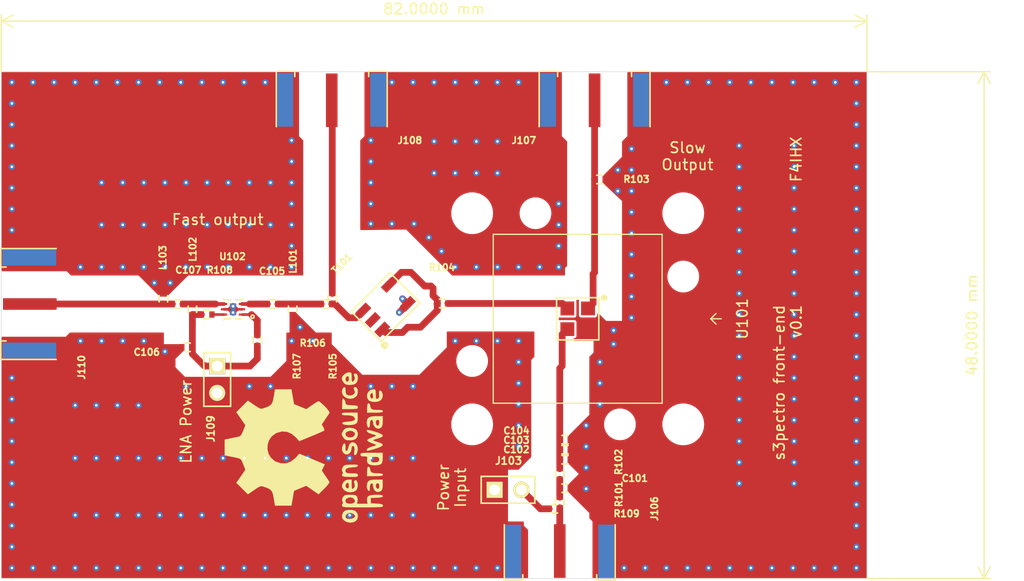
<source format=kicad_pcb>
(kicad_pcb (version 20221018) (generator pcbnew)
  (layers (0 "F.Cu" signal) (1 "In1.Cu" signal) (2 "In2.Cu" signal) (31 "B.Cu" signal) (34 "B.Paste" user) (35 "F.Paste" user) (36 "B.SilkS" user "B.Silkscreen") (37 "F.SilkS" user "F.Silkscreen") (38 "B.Mask" user) (39 "F.Mask" user) (44 "Edge.Cuts" user))
  (net 0 "")
  (net 1 "GND")
  (net 2 "Net-(T101-Pad2)")
  (net 3 "/RFpi_1")
  (net 4 "/RFpi")
  (net 5 "/RFo_2")
  (net 6 "/RFo_3")
  (net 7 "/LNA_POW")
  (net 8 "/RFo_0")
  (net 9 "/RFo_1")
  (net 10 "/RFpi_p")
  (net 11 "/RFpi_0")
  (net 12 "/RF_slow_out")
  (net 13 "/RFo_n")
  (net 14 "/RFo_t")
  (net 15 "/RFo")
  (net 16 "/RFo_4")
  (net 17 "/LEN")
  (net 18 "/LNA_Vdd")
  (footprint "General_SMD:SM0402" (layer "F.Cu") (at 45.7 167 180)
    (fp_text reference "C105")
    (fp_text value "33p" hide)
  )
  (footprint "General_SMD:SM0402" (layer "F.Cu") (at 37.6 171.1 180)
    (fp_text reference "C106")
    (fp_text value "100nF" hide)
  )
  (footprint "General_SMD:SM0402" (layer "F.Cu") (at 36.7 167 180)
    (fp_text reference "C107")
    (fp_text value "33p" hide)
  )
  (footprint "Connectors_RF:CINCH_142-0701-801" (layer "F.Cu") (at 76.2 150.2 180)
    (fp_text reference "J107")
    (fp_text value "SMA_142-0701-801")
  )
  (footprint "Connectors_RF:CINCH_142-0701-801" (layer "F.Cu") (at 51.3 150.2 180)
    (fp_text reference "J108")
    (fp_text value "SMA_142-0701-801")
  )
  (footprint "Connectors_RF:CINCH_142-0701-801" (layer "F.Cu") (at 25.2 167 -90)
    (fp_text reference "J110")
    (fp_text value "SMA_142-0701-801")
  )
  (footprint "General_SMD:SM0402" (layer "F.Cu") (at 47.6 167.5 90)
    (fp_text reference "L101")
    (fp_text value "18nH" hide)
  )
  (footprint "General_SMD:SM0402" (layer "F.Cu") (at 38.1 167.5 -90)
    (fp_text reference "L102")
    (fp_text value "33nH" hide)
  )
  (footprint "General_SMD:SM0402" (layer "F.Cu") (at 35.35 166.5 -90)
    (fp_text reference "L103")
    (fp_text value "NC" hide)
  )
  (footprint "General_SMD:SM0402" (layer "F.Cu") (at 76.7 155.2)
    (fp_text reference "R103")
    (fp_text value "49.9R" hide)
  )
  (footprint "General_SMD:SM0402" (layer "F.Cu") (at 61.8 166.949999 180)
    (fp_text reference "R104")
    (fp_text value "0R" hide)
  )
  (footprint "General_SMD:SM0402" (layer "F.Cu") (at 51.35 166.5 90)
    (fp_text reference "R105")
    (fp_text value "0R" hide)
  )
  (footprint "General_SMD:SM0402" (layer "F.Cu") (at 50.8 167 180)
    (fp_text reference "R106")
    (fp_text value "0R" hide)
  )
  (footprint "General_SMD:SM0402" (layer "F.Cu") (at 44.25 170.45 90)
    (fp_text reference "R107")
    (fp_text value "75R" hide)
  )
  (footprint "General_SMD:SM0402" (layer "F.Cu") (at 39.45 168 180)
    (fp_text reference "R108")
    (fp_text value "75R" hide)
  )
  (footprint "Macom:MABACT0059" (layer "F.Cu") (at 56.4 167.3 135)
    (fp_text reference "T101")
    (fp_text value "MABACT0059")
  )
  (footprint "Opto:MicroFC-30035-SMT" (layer "F.Cu") (at 74.6 168.4 180)
    (fp_text reference "U101")
    (fp_text value "MICROFB-30035")
  )
  (footprint "QFN:DFN-6_EP_1.5x1.5_Pitch0.5mm" (layer "F.Cu") (at 41.95 167.5 180)
    (fp_text reference "U102")
    (fp_text value "GRF2133")
  )
  (footprint "Mounting_Holes:3.45MM_NOTPLATED" (layer "F.Cu") (at 64.600001 158.4 90)
    (fp_text reference "J101" hide)
    (fp_text value "Conn_01x01")
  )
  (footprint "Mounting_Holes:3.45MM_NOTPLATED" (layer "F.Cu") (at 84.600001 178.4 90)
    (fp_text reference "J102" hide)
    (fp_text value "Conn_01x01")
  )
  (footprint "Mounting_Holes:3.45MM_NOTPLATED" (layer "F.Cu") (at 64.6 178.4 90)
    (fp_text reference "J104" hide)
    (fp_text value "Conn_01x01")
  )
  (footprint "Mounting_Holes:3.45MM_NOTPLATED" (layer "F.Cu") (at 84.6 158.4 90)
    (fp_text reference "J105" hide)
    (fp_text value "Conn_01x01")
  )
  (footprint "Connectors_254mm:pin_array_2x1" (layer "F.Cu") (at 40.45 174.15 -90)
    (fp_text reference "J109")
    (fp_text value "Conn_01x02" hide)
  )
  (footprint "Mounting_Holes:2.5mm_non_plated" (layer "F.Cu") (at 70.6 158.4 90)
    (fp_text reference "REF**" hide)
    (fp_text value "2.5mm_non_plated" hide)
  )
  (footprint "Mounting_Holes:2.5mm_non_plated" (layer "F.Cu") (at 64.6 172.399999 90)
    (fp_text reference "REF**" hide)
    (fp_text value "2.5mm_non_plated" hide)
  )
  (footprint "Mounting_Holes:2.5mm_non_plated" (layer "F.Cu") (at 78.6 178.4 90)
    (fp_text reference "REF**" hide)
    (fp_text value "2.5mm_non_plated" hide)
  )
  (footprint "Mounting_Holes:2.5mm_non_plated" (layer "F.Cu") (at 84.6 164.4 90)
    (fp_text reference "REF**" hide)
    (fp_text value "2.5mm_non_plated" hide)
  )
  (footprint "General_SMD:SM0402" (layer "F.Cu") (at 72.9 183.1 90)
    (fp_text reference "R102")
    (fp_text value "49.9R" hide)
  )
  (footprint "General_SMD:SM0402" (layer "F.Cu") (at 73.4 179.849999 180)
    (fp_text reference "C104")
    (fp_text value "10n" hide)
  )
  (footprint "General_SMD:SM0402" (layer "F.Cu") (at 73.4 181.749999 180)
    (fp_text reference "C102")
    (fp_text value "10n" hide)
  )
  (footprint "General_SMD:SM0402" (layer "F.Cu") (at 72.9 185.8 90)
    (fp_text reference "R101")
    (fp_text value "49.9R" hide)
  )
  (footprint "General_SMD:SM0402" (layer "F.Cu") (at 73.4 180.8 180)
    (fp_text reference "C103")
    (fp_text value "10n" hide)
  )
  (footprint "Connectors_RF:CINCH_142-0701-801" (layer "F.Cu") (at 72.9 187.9)
    (fp_text reference "J106")
    (fp_text value "SMA_142-0701-801")
  )
  (footprint "General_SMD:SM0402" (layer "F.Cu") (at 73.4 184.45 180)
    (fp_text reference "C101")
    (fp_text value "10n" hide)
  )
  (footprint "Connectors_254mm:pin_array_2x1" (layer "F.Cu") (at 68.000001 184.6)
    (fp_text reference "J103")
    (fp_text value "Conn_01x02" hide)
  )
  (footprint "General_SMD:SM0402" (layer "F.Cu") (at 72.4 186.4)
    (fp_text reference "R109")
    (fp_text value "0R" hide)
  )
  (footprint "Logos:OpenHardware" (layer "F.Cu") (at 48.61 180.59 90)
    (fp_text reference "G***" hide)
    (fp_text value "LOGO" hide)
  )
  (gr_line (start 82.600001 176.4) (end 66.6 176.4) (stroke (width 0.12)) (layer "F.SilkS"))
  (gr_line (start 88.2 168.4) (end 87.2 168.4) (stroke (width 0.12)) (layer "F.SilkS"))
  (gr_line (start 87.2 168.4) (end 87.7 167.9) (stroke (width 0.12)) (layer "F.SilkS"))
  (gr_line (start 87.2 168.4) (end 87.7 168.9) (stroke (width 0.12)) (layer "F.SilkS"))
  (gr_line (start 82.6 160.4) (end 82.600001 176.4) (stroke (width 0.12)) (layer "F.SilkS"))
  (gr_line (start 66.6 176.4) (end 66.600001 160.4) (stroke (width 0.12)) (layer "F.SilkS"))
  (gr_line (start 66.600001 160.4) (end 82.6 160.4) (stroke (width 0.12)) (layer "F.SilkS"))
  (gr_line (start 20 193) (end 20 145) (stroke (width 0.05)) (layer "Edge.Cuts"))
  (gr_line (start 102 193) (end 20 193) (stroke (width 0.05)) (layer "Edge.Cuts"))
  (gr_line (start 102 145) (end 102 193) (stroke (width 0.05)) (layer "Edge.Cuts"))
  (gr_line (start 20 145) (end 102 145) (stroke (width 0.05)) (layer "Edge.Cuts"))
  (gr_text "s3pectro front-end\nv0.1" (at 94.5 167 90) (layer "F.SilkS") (effects (font (size 1 1)) (justify right)))
  (gr_text "Power\nInput" (at 62.7 184.4 90) (layer "F.SilkS") (effects (font (size 1 1))))
  (gr_text "LNA Power" (at 37.5 178.15 90) (layer "F.SilkS") (effects (font (size 1 1))))
  (gr_text "Slow\nOutput" (at 85 153) (layer "F.SilkS") (effects (font (size 1 1))))
  (gr_text "Fast output" (at 40.5 159) (layer "F.SilkS") (effects (font (size 1 1))))
  (gr_text "F4IHX" (at 95.3 153.3 90) (layer "F.SilkS") (effects (font (size 1 1))))
  (dimension (type aligned) (layer "F.SilkS") (pts (xy 102 193) (xy 102 145)) (height 11.1) (gr_text "48.0000 mm" (at 111.95 169 90) (layer "F.SilkS") (effects (font (size 1 1) (thickness 0.15)))) (format (prefix "") (suffix "") (units 2) (units_format 1) (precision 4)) (style (thickness 0.12) (arrow_length 1.27) (text_position_mode 0) (extension_height 0.58642) (extension_offset 0) keep_text_aligned))
  (dimension (type aligned) (layer "F.SilkS") (pts (xy 102 145) (xy 20 145)) (height 4.8) (gr_text "82.0000 mm" (at 61 139.05) (layer "F.SilkS") (effects (font (size 1 1) (thickness 0.15)))) (format (prefix "") (suffix "") (units 2) (units_format 1) (precision 4)) (style (thickness 0.12) (arrow_length 1.27) (text_position_mode 0) (extension_height 0.58642) (extension_offset 0) keep_text_aligned))
  (segment (start 77.3 186.4) (end 75.4 184.5) (width 2) (layer "F.Cu") (net 1))
  (segment (start 41.525 167.5) (end 41.8 167.225) (width 0.25) (layer "F.Cu") (net 1))
  (segment (start 55.7 147.66) (end 55.7 152.3) (width 2) (layer "F.Cu") (net 1))
  (segment (start 41.66 167.5) (end 41.95 167.21) (width 0.25) (layer "F.Cu") (net 1))
  (segment (start 58.510714 166.985337) (end 58.485337 166.985337) (width 0.64) (layer "F.Cu") (net 1))
  (segment (start 58.510714 166.989286) (end 57.7 167.8) (width 0.64) (layer "F.Cu") (net 1))
  (segment (start 68.5 190.44) (end 66.730001 188.670001) (width 2) (layer "F.Cu") (net 1))
  (segment (start 46.9 147.66) (end 46.9 152.2) (width 2) (layer "F.Cu") (net 1))
  (segment (start 66.730001 188.670001) (end 66.730001 184.6) (width 2) (layer "F.Cu") (net 1))
  (segment (start 58.510714 166.985337) (end 58.510714 166.989286) (width 0.64) (layer "F.Cu") (net 1))
  (segment (start 42.375 167.5) (end 42.1 167.225) (width 0.25) (layer "F.Cu") (net 1))
  (segment (start 42.375 167.5) (end 42.1 167.775) (width 0.25) (layer "F.Cu") (net 1))
  (segment (start 71.8 147.66) (end 71.8 151.9) (width 2) (layer "F.Cu") (net 1))
  (segment (start 41.8 167.775) (end 41.525 167.5) (width 0.25) (layer "F.Cu") (net 1))
  (segment (start 80.6 147.66) (end 80.6 153.1) (width 2) (layer "F.Cu") (net 1))
  (segment (start 42.8 167.5) (end 42.375 167.5) (width 0.25) (layer "F.Cu") (net 1))
  (segment (start 77.3 190.44) (end 77.3 186.4) (width 2) (layer "F.Cu") (net 1))
  (segment (start 41.1 167.5) (end 41.66 167.5) (width 0.25) (layer "F.Cu") (net 1))
  (segment (start 22.66 162.6) (end 29 162.6) (width 2) (layer "F.Cu") (net 1))
  (segment (start 58.485337 166.985337) (end 58 166.5) (width 0.64) (layer "F.Cu") (net 1))
  (segment (start 41.1 167.5) (end 41.525 167.5) (width 0.25) (layer "F.Cu") (net 1))
  (segment (start 22.66 171.4) (end 27.4 171.4) (width 2) (layer "F.Cu") (net 1))
  (via (at 23 146) (size 0.6) (drill 0.25) (layers "F.Cu" "B.Cu") (net 1))
  (via (at 25 146) (size 0.6) (drill 0.25) (layers "F.Cu" "B.Cu") (net 1))
  (via (at 27 146) (size 0.6) (drill 0.25) (layers "F.Cu" "B.Cu") (net 1))
  (via (at 29 146) (size 0.6) (drill 0.25) (layers "F.Cu" "B.Cu") (net 1))
  (via (at 31 146) (size 0.6) (drill 0.25) (layers "F.Cu" "B.Cu") (net 1))
  (via (at 33 146) (size 0.6) (drill 0.25) (layers "F.Cu" "B.Cu") (net 1))
  (via (at 35 146) (size 0.6) (drill 0.25) (layers "F.Cu" "B.Cu") (net 1))
  (via (at 37 146) (size 0.6) (drill 0.25) (layers "F.Cu" "B.Cu") (net 1))
  (via (at 39 146) (size 0.6) (drill 0.25) (layers "F.Cu" "B.Cu") (net 1))
  (via (at 41 146) (size 0.6) (drill 0.25) (layers "F.Cu" "B.Cu") (net 1))
  (via (at 43 146) (size 0.6) (drill 0.25) (layers "F.Cu" "B.Cu") (net 1))
  (via (at 45 146) (size 0.6) (drill 0.25) (layers "F.Cu" "B.Cu") (net 1))
  (via (at 21 148) (size 0.6) (drill 0.25) (layers "F.Cu" "B.Cu") (net 1))
  (via (at 21 150) (size 0.6) (drill 0.25) (layers "F.Cu" "B.Cu") (net 1))
  (via (at 21 152) (size 0.6) (drill 0.25) (layers "F.Cu" "B.Cu") (net 1))
  (via (at 21 154) (size 0.6) (drill 0.25) (layers "F.Cu" "B.Cu") (net 1))
  (via (at 21 156) (size 0.6) (drill 0.25) (layers "F.Cu" "B.Cu") (net 1))
  (via (at 21 158) (size 0.6) (drill 0.25) (layers "F.Cu" "B.Cu") (net 1))
  (via (at 21 160) (size 0.6) (drill 0.25) (layers "F.Cu" "B.Cu") (net 1))
  (via (at 21 192) (size 0.6) (drill 0.25) (layers "F.Cu" "B.Cu") (net 1))
  (via (at 21 190) (size 0.6) (drill 0.25) (layers "F.Cu" "B.Cu") (net 1))
  (via (at 21 188) (size 0.6) (drill 0.25) (layers "F.Cu" "B.Cu") (net 1))
  (via (at 21 186) (size 0.6) (drill 0.25) (layers "F.Cu" "B.Cu") (net 1))
  (via (at 21 184) (size 0.6) (drill 0.25) (layers "F.Cu" "B.Cu") (net 1))
  (via (at 21 182) (size 0.6) (drill 0.25) (layers "F.Cu" "B.Cu") (net 1))
  (via (at 21 180) (size 0.6) (drill 0.25) (layers "F.Cu" "B.Cu") (net 1))
  (via (at 21 178) (size 0.6) (drill 0.25) (layers "F.Cu" "B.Cu") (net 1))
  (via (at 21 176) (size 0.6) (drill 0.25) (layers "F.Cu" "B.Cu") (net 1))
  (via (at 21 174) (size 0.6) (drill 0.25) (layers "F.Cu" "B.Cu") (net 1))
  (via (at 23 192) (size 0.6) (drill 0.25) (layers "F.Cu" "B.Cu") (net 1))
  (via (at 25 192) (size 0.6) (drill 0.25) (layers "F.Cu" "B.Cu") (net 1))
  (via (at 27 192) (size 0.6) (drill 0.25) (layers "F.Cu" "B.Cu") (net 1))
  (via (at 29 192) (size 0.6) (drill 0.25) (layers "F.Cu" "B.Cu") (net 1))
  (via (at 31 192) (size 0.6) (drill 0.25) (layers "F.Cu" "B.Cu") (net 1))
  (via (at 33 192) (size 0.6) (drill 0.25) (layers "F.Cu" "B.Cu") (net 1))
  (via (at 35 192) (size 0.6) (drill 0.25) (layers "F.Cu" "B.Cu") (net 1))
  (via (at 37 192) (size 0.6) (drill 0.25) (layers "F.Cu" "B.Cu") (net 1))
  (via (at 39 192) (size 0.6) (drill 0.25) (layers "F.Cu" "B.Cu") (net 1))
  (via (at 41 192) (size 0.6) (drill 0.25) (layers "F.Cu" "B.Cu") (net 1))
  (via (at 43 192) (size 0.6) (drill 0.25) (layers "F.Cu" "B.Cu") (net 1))
  (via (at 45 192) (size 0.6) (drill 0.25) (layers "F.Cu" "B.Cu") (net 1))
  (via (at 47 192) (size 0.6) (drill 0.25) (layers "F.Cu" "B.Cu") (net 1))
  (via (at 49 192) (size 0.6) (drill 0.25) (layers "F.Cu" "B.Cu") (net 1))
  (via (at 51 192) (size 0.6) (drill 0.25) (layers "F.Cu" "B.Cu") (net 1))
  (via (at 53 192) (size 0.6) (drill 0.25) (layers "F.Cu" "B.Cu") (net 1))
  (via (at 55 192) (size 0.6) (drill 0.25) (layers "F.Cu" "B.Cu") (net 1))
  (via (at 57 192) (size 0.6) (drill 0.25) (layers "F.Cu" "B.Cu") (net 1))
  (via (at 59 192) (size 0.6) (drill 0.25) (layers "F.Cu" "B.Cu") (net 1))
  (via (at 61 192) (size 0.6) (drill 0.25) (layers "F.Cu" "B.Cu") (net 1))
  (via (at 63 192) (size 0.6) (drill 0.25) (layers "F.Cu" "B.Cu") (net 1))
  (via (at 65 192) (size 0.6) (drill 0.25) (layers "F.Cu" "B.Cu") (net 1))
  (via (at 67 192) (size 0.6) (drill 0.25) (layers "F.Cu" "B.Cu") (net 1))
  (via (at 101 192) (size 0.6) (drill 0.25) (layers "F.Cu" "B.Cu") (net 1))
  (via (at 99 192) (size 0.6) (drill 0.25) (layers "F.Cu" "B.Cu") (net 1))
  (via (at 97 192) (size 0.6) (drill 0.25) (layers "F.Cu" "B.Cu") (net 1))
  (via (at 95 192) (size 0.6) (drill 0.25) (layers "F.Cu" "B.Cu") (net 1))
  (via (at 93 192) (size 0.6) (drill 0.25) (layers "F.Cu" "B.Cu") (net 1))
  (via (at 91 192) (size 0.6) (drill 0.25) (layers "F.Cu" "B.Cu") (net 1))
  (via (at 89 192) (size 0.6) (drill 0.25) (layers "F.Cu" "B.Cu") (net 1))
  (via (at 87 192) (size 0.6) (drill 0.25) (layers "F.Cu" "B.Cu") (net 1))
  (via (at 85 192) (size 0.6) (drill 0.25) (layers "F.Cu" "B.Cu") (net 1))
  (via (at 83 192) (size 0.6) (drill 0.25) (layers "F.Cu" "B.Cu") (net 1))
  (via (at 81 192) (size 0.6) (drill 0.25) (layers "F.Cu" "B.Cu") (net 1))
  (via (at 79 192) (size 0.6) (drill 0.25) (layers "F.Cu" "B.Cu") (net 1))
  (via (at 101 190) (size 0.6) (drill 0.25) (layers "F.Cu" "B.Cu") (net 1))
  (via (at 101 188) (size 0.6) (drill 0.25) (layers "F.Cu" "B.Cu") (net 1))
  (via (at 101 186) (size 0.6) (drill 0.25) (layers "F.Cu" "B.Cu") (net 1))
  (via (at 101 184) (size 0.6) (drill 0.25) (layers "F.Cu" "B.Cu") (net 1))
  (via (at 101 182) (size 0.6) (drill 0.25) (layers "F.Cu" "B.Cu") (net 1))
  (via (at 101 180) (size 0.6) (drill 0.25) (layers "F.Cu" "B.Cu") (net 1))
  (via (at 101 178) (size 0.6) (drill 0.25) (layers "F.Cu" "B.Cu") (net 1))
  (via (at 101 176) (size 0.6) (drill 0.25) (layers "F.Cu" "B.Cu") (net 1))
  (via (at 101 174) (size 0.6) (drill 0.25) (layers "F.Cu" "B.Cu") (net 1))
  (via (at 101 172) (size 0.6) (drill 0.25) (layers "F.Cu" "B.Cu") (net 1))
  (via (at 101 170) (size 0.6) (drill 0.25) (layers "F.Cu" "B.Cu") (net 1))
  (via (at 101 168) (size 0.6) (drill 0.25) (layers "F.Cu" "B.Cu") (net 1))
  (via (at 101 166) (size 0.6) (drill 0.25) (layers "F.Cu" "B.Cu") (net 1))
  (via (at 101 164) (size 0.6) (drill 0.25) (layers "F.Cu" "B.Cu") (net 1))
  (via (at 101 162) (size 0.6) (drill 0.25) (layers "F.Cu" "B.Cu") (net 1))
  (via (at 101 160) (size 0.6) (drill 0.25) (layers "F.Cu" "B.Cu") (net 1))
  (via (at 101 158) (size 0.6) (drill 0.25) (layers "F.Cu" "B.Cu") (net 1))
  (via (at 101 156) (size 0.6) (drill 0.25) (layers "F.Cu" "B.Cu") (net 1))
  (via (at 101 154) (size 0.6) (drill 0.25) (layers "F.Cu" "B.Cu") (net 1))
  (via (at 101 152) (size 0.6) (drill 0.25) (layers "F.Cu" "B.Cu") (net 1))
  (via (at 101 150) (size 0.6) (drill 0.25) (layers "F.Cu" "B.Cu") (net 1))
  (via (at 101 148) (size 0.6) (drill 0.25) (layers "F.Cu" "B.Cu") (net 1))
  (via (at 101 146) (size 0.6) (drill 0.25) (layers "F.Cu" "B.Cu") (net 1))
  (via (at 99 146) (size 0.6) (drill 0.25) (layers "F.Cu" "B.Cu") (net 1))
  (via (at 97 146) (size 0.6) (drill 0.25) (layers "F.Cu" "B.Cu") (net 1))
  (via (at 95 146) (size 0.6) (drill 0.25) (layers "F.Cu" "B.Cu") (net 1))
  (via (at 93 146) (size 0.6) (drill 0.25) (layers "F.Cu" "B.Cu") (net 1))
  (via (at 91 146) (size 0.6) (drill 0.25) (layers "F.Cu" "B.Cu") (net 1))
  (via (at 89 146) (size 0.6) (drill 0.25) (layers "F.Cu" "B.Cu") (net 1))
  (via (at 87 146) (size 0.6) (drill 0.25) (layers "F.Cu" "B.Cu") (net 1))
  (via (at 85 146) (size 0.6) (drill 0.25) (layers "F.Cu" "B.Cu") (net 1))
  (via (at 83 146) (size 0.6) (drill 0.25) (layers "F.Cu" "B.Cu") (net 1))
  (via (at 57 146) (size 0.6) (drill 0.25) (layers "F.Cu" "B.Cu") (net 1))
  (via (at 59 146) (size 0.6) (drill 0.25) (layers "F.Cu" "B.Cu") (net 1))
  (via (at 61 146) (size 0.6) (drill 0.25) (layers "F.Cu" "B.Cu") (net 1))
  (via (at 63 146) (size 0.6) (drill 0.25) (layers "F.Cu" "B.Cu") (net 1))
  (via (at 65 146) (size 0.6) (drill 0.25) (layers "F.Cu" "B.Cu") (net 1))
  (via (at 67 146) (size 0.6) (drill 0.25) (layers "F.Cu" "B.Cu") (net 1))
  (via (at 69 146) (size 0.6) (drill 0.25) (layers "F.Cu" "B.Cu") (net 1))
  (via (at 47.5 163.5) (size 0.6) (drill 0.25) (layers "F.Cu" "B.Cu") (net 1))
  (via (at 47.5 161.5) (size 0.6) (drill 0.25) (layers "F.Cu" "B.Cu") (net 1))
  (via (at 47.5 159.5) (size 0.6) (drill 0.25) (layers "F.Cu" "B.Cu") (net 1))
  (via (at 47.5 157.5) (size 0.6) (drill 0.25) (layers "F.Cu" "B.Cu") (net 1))
  (via (at 47.5 155.5) (size 0.6) (drill 0.25) (layers "F.Cu" "B.Cu") (net 1))
  (via (at 47.5 153.5) (size 0.6) (drill 0.25) (layers "F.Cu" "B.Cu") (net 1))
  (via (at 47.5 151.5) (size 0.6) (drill 0.25) (layers "F.Cu" "B.Cu") (net 1))
  (via (at 55 155.5) (size 0.6) (drill 0.25) (layers "F.Cu" "B.Cu") (net 1))
  (via (at 55 153.5) (size 0.6) (drill 0.25) (layers "F.Cu" "B.Cu") (net 1))
  (via (at 55 151.5) (size 0.6) (drill 0.25) (layers "F.Cu" "B.Cu") (net 1))
  (via (at 45.5 163.5) (size 0.6) (drill 0.25) (layers "F.Cu" "B.Cu") (net 1))
  (via (at 43.5 163.5) (size 0.6) (drill 0.25) (layers "F.Cu" "B.Cu") (net 1))
  (via (at 41.5 163.5) (size 0.6) (drill 0.25) (layers "F.Cu" "B.Cu") (net 1))
  (via (at 39.5 163.5) (size 0.6) (drill 0.25) (layers "F.Cu" "B.Cu") (net 1))
  (via (at 37.5 163.5) (size 0.6) (drill 0.25) (layers "F.Cu" "B.Cu") (net 1))
  (via (at 35.5 163.5) (size 0.6) (drill 0.25) (layers "F.Cu" "B.Cu") (net 1))
  (via (at 33.5 163.5) (size 0.6) (drill 0.25) (layers "F.Cu" "B.Cu") (net 1))
  (via (at 31.5 163.5) (size 0.6) (drill 0.25) (layers "F.Cu" "B.Cu") (net 1))
  (via (at 29.5 163.5) (size 0.6) (drill 0.25) (layers "F.Cu" "B.Cu") (net 1))
  (via (at 27.5 163.5) (size 0.6) (drill 0.25) (layers "F.Cu" "B.Cu") (net 1))
  (via (at 36 165) (size 0.6) (drill 0.25) (layers "F.Cu" "B.Cu") (net 1))
  (via (at 34.5 165) (size 0.6) (drill 0.25) (layers "F.Cu" "B.Cu") (net 1))
  (via (at 63 163.5) (size 0.6) (drill 0.25) (layers "F.Cu" "B.Cu") (net 1))
  (via (at 65 163.5) (size 0.6) (drill 0.25) (layers "F.Cu" "B.Cu") (net 1))
  (via (at 27.5 170.5) (size 0.6) (drill 0.25) (layers "F.Cu" "B.Cu") (net 1))
  (via (at 29.5 170.5) (size 0.6) (drill 0.25) (layers "F.Cu" "B.Cu") (net 1))
  (via (at 31.5 170.5) (size 0.6) (drill 0.25) (layers "F.Cu" "B.Cu") (net 1))
  (via (at 33.5 170.5) (size 0.6) (drill 0.25) (layers "F.Cu" "B.Cu") (net 1))
  (via (at 35.5 171.5) (size 0.6) (drill 0.25) (layers "F.Cu" "B.Cu") (net 1))
  (via (at 67 163.5) (size 0.6) (drill 0.25) (layers "F.Cu" "B.Cu") (net 1))
  (via (at 69 163.5) (size 0.6) (drill 0.25) (layers "F.Cu" "B.Cu") (net 1))
  (via (at 71 163.5) (size 0.6) (drill 0.25) (layers "F.Cu" "B.Cu") (net 1))
  (via (at 47.5 170.5) (size 0.6) (drill 0.25) (layers "F.Cu" "B.Cu") (net 1))
  (via (at 55 174.8) (size 0.6) (drill 0.25) (layers "F.Cu" "B.Cu") (net 1))
  (via (at 57 174.8) (size 0.6) (drill 0.25) (layers "F.Cu" "B.Cu") (net 1))
  (via (at 59 174.8) (size 0.6) (drill 0.25) (layers "F.Cu" "B.Cu") (net 1))
  (via (at 63 170.5) (size 0.6) (drill 0.25) (layers "F.Cu" "B.Cu") (net 1))
  (via (at 65 170.5) (size 0.6) (drill 0.25) (layers "F.Cu" "B.Cu") (net 1))
  (via (at 67 170.5) (size 0.6) (drill 0.25) (layers "F.Cu" "B.Cu") (net 1))
  (via (at 69 170.5) (size 0.6) (drill 0.25) (layers "F.Cu" "B.Cu") (net 1))
  (via (at 49.5 170.5) (size 0.6) (drill 0.25) (layers "F.Cu" "B.Cu") (net 1))
  (via (at 48.3 169.2) (size 0.6) (drill 0.25) (layers "F.Cu" "B.Cu") (net 1))
  (via (at 37.5 174.8) (size 0.6) (drill 0.25) (layers "F.Cu" "B.Cu") (net 1))
  (via (at 43.5 174.8) (size 0.6) (drill 0.25) (layers "F.Cu" "B.Cu") (net 1))
  (via (at 45.5 174.8) (size 0.6) (drill 0.25) (layers "F.Cu" "B.Cu") (net 1))
  (via (at 69 172.5) (size 0.6) (drill 0.25) (layers "F.Cu" "B.Cu") (net 1))
  (via (at 69 174.5) (size 0.6) (drill 0.25) (layers "F.Cu" "B.Cu") (net 1))
  (via (at 69 176.5) (size 0.6) (drill 0.25) (layers "F.Cu" "B.Cu") (net 1))
  (via (at 69 178.5) (size 0.6) (drill 0.25) (layers "F.Cu" "B.Cu") (net 1))
  (via (at 69 180.5) (size 0.6) (drill 0.25) (layers "F.Cu" "B.Cu") (net 1))
  (via (at 76.7 172.5) (size 0.6) (drill 0.25) (layers "F.Cu" "B.Cu") (net 1))
  (via (at 76.7 174.5) (size 0.6) (drill 0.25) (layers "F.Cu" "B.Cu") (net 1))
  (via (at 76.7 176.5) (size 0.6) (drill 0.25) (layers "F.Cu" "B.Cu") (net 1))
  (via (at 75.4 178.5) (size 0.6) (drill 0.25) (layers "F.Cu" "B.Cu") (net 1))
  (via (at 75.4 180.5) (size 0.6) (drill 0.25) (layers "F.Cu" "B.Cu") (net 1))
  (via (at 75.4 182.5) (size 0.6) (drill 0.25) (layers "F.Cu" "B.Cu") (net 1))
  (via (at 75.4 184.5) (size 0.6) (drill 0.25) (layers "F.Cu" "B.Cu") (net 1))
  (via (at 79.7 168.3) (size 0.6) (drill 0.25) (layers "F.Cu" "B.Cu") (net 1))
  (via (at 79.7 166.3) (size 0.6) (drill 0.25) (layers "F.Cu" "B.Cu") (net 1))
  (via (at 79.7 164.3) (size 0.6) (drill 0.25) (layers "F.Cu" "B.Cu") (net 1))
  (via (at 79.7 162.3) (size 0.6) (drill 0.25) (layers "F.Cu" "B.Cu") (net 1))
  (via (at 79.7 160.3) (size 0.6) (drill 0.25) (layers "F.Cu" "B.Cu") (net 1))
  (via (at 79.7 158.3) (size 0.6) (drill 0.25) (layers "F.Cu" "B.Cu") (net 1))
  (via (at 79.7 156.3) (size 0.6) (drill 0.25) (layers "F.Cu" "B.Cu") (net 1))
  (via (at 79.7 154.3) (size 0.6) (drill 0.25) (layers "F.Cu" "B.Cu") (net 1))
  (via (at 79.7 152.3) (size 0.6) (drill 0.25) (layers "F.Cu" "B.Cu") (net 1))
  (via (at 72.8 163.5) (size 0.6) (drill 0.25) (layers "F.Cu" "B.Cu") (net 1))
  (via (at 72.8 161.5) (size 0.6) (drill 0.25) (layers "F.Cu" "B.Cu") (net 1))
  (via (at 72.8 159.5) (size 0.6) (drill 0.25) (layers "F.Cu" "B.Cu") (net 1))
  (via (at 72.8 157.5) (size 0.6) (drill 0.25) (layers "F.Cu" "B.Cu") (net 1))
  (via (at 55 187) (size 0.6) (drill 0.25) (layers "F.Cu" "B.Cu") (net 1))
  (via (at 57 187) (size 0.6) (drill 0.25) (layers "F.Cu" "B.Cu") (net 1))
  (via (at 59 187) (size 0.6) (drill 0.25) (layers "F.Cu" "B.Cu") (net 1))
  (via (at 47 187) (size 0.6) (drill 0.25) (layers "F.Cu" "B.Cu") (net 1))
  (via (at 49 187) (size 0.6) (drill 0.25) (layers "F.Cu" "B.Cu") (net 1))
  (via (at 31 187) (size 0.6) (drill 0.25) (layers "F.Cu" "B.Cu") (net 1))
  (via (at 39 187) (size 0.6) (drill 0.25) (layers "F.Cu" "B.Cu") (net 1))
  (via (at 45 187) (size 0.6) (drill 0.25) (layers "F.Cu" "B.Cu") (net 1))
  (via (at 27 187) (size 0.6) (drill 0.25) (layers "F.Cu" "B.Cu") (net 1))
  (via (at 29 187) (size 0.6) (drill 0.25) (layers "F.Cu" "B.Cu") (net 1))
  (via (at 41 187) (size 0.6) (drill 0.25) (layers "F.Cu" "B.Cu") (net 1))
  (via (at 43 187) (size 0.6) (drill 0.25) (layers "F.Cu" "B.Cu") (net 1))
  (via (at 51 187) (size 0.6) (drill 0.25) (layers "F.Cu" "B.Cu") (net 1))
  (via (at 53 187) (size 0.6) (drill 0.25) (layers "F.Cu" "B.Cu") (net 1))
  (via (at 33 187) (size 0.6) (drill 0.25) (layers "F.Cu" "B.Cu") (net 1))
  (via (at 35 187) (size 0.6) (drill 0.25) (layers "F.Cu" "B.Cu") (net 1))
  (via (at 37 187) (size 0.6) (drill 0.25) (layers "F.Cu" "B.Cu") (net 1))
  (via (at 55 181.6) (size 0.6) (drill 0.25) (layers "F.Cu" "B.Cu") (net 1))
  (via (at 57 181.6) (size 0.6) (drill 0.25) (layers "F.Cu" "B.Cu") (net 1))
  (via (at 31 181.6) (size 0.6) (drill 0.25) (layers "F.Cu" "B.Cu") (net 1))
  (via (at 29 181.6) (size 0.6) (drill 0.25) (layers "F.Cu" "B.Cu") (net 1))
  (via (at 51 181.6) (size 0.6) (drill 0.25) (layers "F.Cu" "B.Cu") (net 1))
  (via (at 53 181.6) (size 0.6) (drill 0.25) (layers "F.Cu" "B.Cu") (net 1))
  (via (at 33 181.6) (size 0.6) (drill 0.25) (layers "F.Cu" "B.Cu") (net 1))
  (via (at 59 181.6) (size 0.6) (drill 0.25) (layers "F.Cu" "B.Cu") (net 1))
  (via (at 35 181.6) (size 0.6) (drill 0.25) (layers "F.Cu" "B.Cu") (net 1))
  (via (at 41 181.6) (size 0.6) (drill 0.25) (layers "F.Cu" "B.Cu") (net 1))
  (via (at 45 181.6) (size 0.6) (drill 0.25) (layers "F.Cu" "B.Cu") (net 1))
  (via (at 37 181.6) (size 0.6) (drill 0.25) (layers "F.Cu" "B.Cu") (net 1))
  (via (at 27 181.6) (size 0.6) (drill 0.25) (layers "F.Cu" "B.Cu") (net 1))
  (via (at 47 181.6) (size 0.6) (drill 0.25) (layers "F.Cu" "B.Cu") (net 1))
  (via (at 49 181.6) (size 0.6) (drill 0.25) (layers "F.Cu" "B.Cu") (net 1))
  (via (at 39 181.6) (size 0.6) (drill 0.25) (layers "F.Cu" "B.Cu") (net 1))
  (via (at 43 181.6) (size 0.6) (drill 0.25) (layers "F.Cu" "B.Cu") (net 1))
  (via (at 95.1 152) (size 0.6) (drill 0.25) (layers "F.Cu" "B.Cu") (net 1))
  (via (at 95.1 182) (size 0.6) (drill 0.25) (layers "F.Cu" "B.Cu") (net 1))
  (via (at 95.1 156) (size 0.6) (drill 0.25) (layers "F.Cu" "B.Cu") (net 1))
  (via (at 95.1 154) (size 0.6) (drill 0.25) (layers "F.Cu" "B.Cu") (net 1))
  (via (at 95.1 172) (size 0.6) (drill 0.25) (layers "F.Cu" "B.Cu") (net 1))
  (via (at 95.1 168) (size 0.6) (drill 0.25) (layers "F.Cu" "B.Cu") (net 1))
  (via (at 95.1 174) (size 0.6) (drill 0.25) (layers "F.Cu" "B.Cu") (net 1))
  (via (at 95.1 184) (size 0.6) (drill 0.25) (layers "F.Cu" "B.Cu") (net 1))
  (via (at 95.1 164) (size 0.6) (drill 0.25) (layers "F.Cu" "B.Cu") (net 1))
  (via (at 95.1 162) (size 0.6) (drill 0.25) (layers "F.Cu" "B.Cu") (net 1))
  (via (at 95.1 158) (size 0.6) (drill 0.25) (layers "F.Cu" "B.Cu") (net 1))
  (via (at 95.1 176) (size 0.6) (drill 0.25) (layers "F.Cu" "B.Cu") (net 1))
  (via (at 95.1 180) (size 0.6) (drill 0.25) (layers "F.Cu" "B.Cu") (net 1))
  (via (at 95.1 160) (size 0.6) (drill 0.25) (layers "F.Cu" "B.Cu") (net 1))
  (via (at 95.1 178) (size 0.6) (drill 0.25) (layers "F.Cu" "B.Cu") (net 1))
  (via (at 95.1 170) (size 0.6) (drill 0.25) (layers "F.Cu" "B.Cu") (net 1))
  (via (at 95.1 166) (size 0.6) (drill 0.25) (layers "F.Cu" "B.Cu") (net 1))
  (via (at 89.9 172) (size 0.6) (drill 0.25) (layers "F.Cu" "B.Cu") (net 1))
  (via (at 89.9 168) (size 0.6) (drill 0.25) (layers "F.Cu" "B.Cu") (net 1))
  (via (at 89.9 174) (size 0.6) (drill 0.25) (layers "F.Cu" "B.Cu") (net 1))
  (via (at 89.9 162) (size 0.6) (drill 0.25) (layers "F.Cu" "B.Cu") (net 1))
  (via (at 89.9 158) (size 0.6) (drill 0.25) (layers "F.Cu" "B.Cu") (net 1))
  (via (at 89.9 152) (size 0.6) (drill 0.25) (layers "F.Cu" "B.Cu") (net 1))
  (via (at 89.9 178) (size 0.6) (drill 0.25) (layers "F.Cu" "B.Cu") (net 1))
  (via (at 89.9 170) (size 0.6) (drill 0.25) (layers "F.Cu" "B.Cu") (net 1))
  (via (at 89.9 166) (size 0.6) (drill 0.25) (layers "F.Cu" "B.Cu") (net 1))
  (via (at 89.9 156) (size 0.6) (drill 0.25) (layers "F.Cu" "B.Cu") (net 1))
  (via (at 89.9 164) (size 0.6) (drill 0.25) (layers "F.Cu" "B.Cu") (net 1))
  (via (at 89.9 154) (size 0.6) (drill 0.25) (layers "F.Cu" "B.Cu") (net 1))
  (via (at 89.9 182) (size 0.6) (drill 0.25) (layers "F.Cu" "B.Cu") (net 1))
  (via (at 89.9 180) (size 0.6) (drill 0.25) (layers "F.Cu" "B.Cu") (net 1))
  (via (at 89.9 184) (size 0.6) (drill 0.25) (layers "F.Cu" "B.Cu") (net 1))
  (via (at 89.9 160) (size 0.6) (drill 0.25) (layers "F.Cu" "B.Cu") (net 1))
  (via (at 89.9 176) (size 0.6) (drill 0.25) (layers "F.Cu" "B.Cu") (net 1))
  (via (at 31.5 159.5) (size 0.6) (drill 0.25) (layers "F.Cu" "B.Cu") (net 1))
  (via (at 43.5 159.5) (size 0.6) (drill 0.25) (layers "F.Cu" "B.Cu") (net 1))
  (via (at 41.5 159.5) (size 0.6) (drill 0.25) (layers "F.Cu" "B.Cu") (net 1))
  (via (at 45.5 159.5) (size 0.6) (drill 0.25) (layers "F.Cu" "B.Cu") (net 1))
  (via (at 29.5 159.5) (size 0.6) (drill 0.25) (layers "F.Cu" "B.Cu") (net 1))
  (via (at 39.5 159.5) (size 0.6) (drill 0.25) (layers "F.Cu" "B.Cu") (net 1))
  (via (at 37.5 159.5) (size 0.6) (drill 0.25) (layers "F.Cu" "B.Cu") (net 1))
  (via (at 35.5 159.5) (size 0.6) (drill 0.25) (layers "F.Cu" "B.Cu") (net 1))
  (via (at 33.5 159.5) (size 0.6) (drill 0.25) (layers "F.Cu" "B.Cu") (net 1))
  (via (at 29.5 155.5) (size 0.6) (drill 0.25) (layers "F.Cu" "B.Cu") (net 1))
  (via (at 35.5 155.5) (size 0.6) (drill 0.25) (layers "F.Cu" "B.Cu") (net 1))
  (via (at 33.5 155.5) (size 0.6) (drill 0.25) (layers "F.Cu" "B.Cu") (net 1))
  (via (at 37.5 155.5) (size 0.6) (drill 0.25) (layers "F.Cu" "B.Cu") (net 1))
  (via (at 39.5 155.5) (size 0.6) (drill 0.25) (layers "F.Cu" "B.Cu") (net 1))
  (via (at 31.5 155.5) (size 0.6) (drill 0.25) (layers "F.Cu" "B.Cu") (net 1))
  (via (at 41.5 155.5) (size 0.6) (drill 0.25) (layers "F.Cu" "B.Cu") (net 1))
  (via (at 45.5 155.5) (size 0.6) (drill 0.25) (layers "F.Cu" "B.Cu") (net 1))
  (via (at 43.5 155.5) (size 0.6) (drill 0.25) (layers "F.Cu" "B.Cu") (net 1))
  (via (at 67 151.6) (size 0.6) (drill 0.25) (layers "F.Cu" "B.Cu") (net 1))
  (via (at 63 151.6) (size 0.6) (drill 0.25) (layers "F.Cu" "B.Cu") (net 1))
  (via (at 61 151.6) (size 0.6) (drill 0.25) (layers "F.Cu" "B.Cu") (net 1))
  (via (at 65 151.6) (size 0.6) (drill 0.25) (layers "F.Cu" "B.Cu") (net 1))
  (via (at 61 154.6) (size 0.6) (drill 0.25) (layers "F.Cu" "B.Cu") (net 1))
  (via (at 67 154.6) (size 0.6) (drill 0.25) (layers "F.Cu" "B.Cu") (net 1))
  (via (at 65 154.6) (size 0.6) (drill 0.25) (layers "F.Cu" "B.Cu") (net 1))
  (via (at 63 154.6) (size 0.6) (drill 0.25) (layers "F.Cu" "B.Cu") (net 1))
  (via (at 27 176.6) (size 0.6) (drill 0.25) (layers "F.Cu" "B.Cu") (net 1))
  (via (at 33 176.6) (size 0.6) (drill 0.25) (layers "F.Cu" "B.Cu") (net 1))
  (via (at 31 176.6) (size 0.6) (drill 0.25) (layers "F.Cu" "B.Cu") (net 1))
  (via (at 29 176.6) (size 0.6) (drill 0.25) (layers "F.Cu" "B.Cu") (net 1))
  (via (at 55 157.5) (size 0.6) (drill 0.25) (layers "F.Cu" "B.Cu") (net 1))
  (via (at 55 159.4) (size 0.6) (drill 0.25) (layers "F.Cu" "B.Cu") (net 1))
  (via (at 57 159.4) (size 0.6) (drill 0.25) (layers "F.Cu" "B.Cu") (net 1))
  (via (at 59.1 159.4) (size 0.6) (drill 0.25) (layers "F.Cu" "B.Cu") (net 1))
  (via (at 60.5 160.7) (size 0.6) (drill 0.25) (layers "F.Cu" "B.Cu") (net 1))
  (via (at 61.7 162) (size 0.6) (drill 0.25) (layers "F.Cu" "B.Cu") (net 1))
  (via (at 58 166.5) (size 0.6) (drill 0.25) (layers "F.Cu" "B.Cu") (net 1))
  (via (at 78 170.8) (size 0.6) (drill 0.25) (layers "F.Cu" "B.Cu") (net 1))
  (via (at 41.95 167.21) (size 0.6) (drill 0.25) (layers "F.Cu" "B.Cu") (net 1))
  (via (at 21 146) (size 0.6) (drill 0.25) (layers "F.Cu" "B.Cu") (net 1))
  (via (at 78.4 154.3) (size 0.6) (drill 0.25) (layers "F.Cu" "B.Cu") (net 1))
  (via (at 78 169.5) (size 0.6) (drill 0.25) (layers "F.Cu" "B.Cu") (net 1))
  (via (at 57.7 167.8) (size 0.6) (drill 0.25) (layers "F.Cu" "B.Cu") (net 1))
  (via (at 41.95 167.81) (size 0.6) (drill 0.25) (layers "F.Cu" "B.Cu") (net 1))
  (via (at 78.4 156.3) (size 0.6) (drill 0.25) (layers "F.Cu" "B.Cu") (net 1))
  (segment (start 72.9 185.3) (end 72.9 184.45) (width 0.64) (layer "F.Cu") (net 3))
  (segment (start 72.9 183.6) (end 72.9 184.45) (width 0.64) (layer "F.Cu") (net 3))
  (segment (start 72.9 181.749999) (end 72.9 180.8) (width 0.64) (layer "F.Cu") (net 4))
  (segment (start 73.13 172.87) (end 73.13 169.87) (width 0.64) (layer "F.Cu") (net 4))
  (segment (start 73.13 169.87) (end 73.62 169.38) (width 0.64) (layer "F.Cu") (net 4))
  (segment (start 72.9 179.849999) (end 72.9 173.1) (width 0.64) (layer "F.Cu") (net 4))
  (segment (start 72.9 179.849999) (end 72.9 180.8) (width 0.64) (layer "F.Cu") (net 4))
  (segment (start 72.9 182.6) (end 72.9 181.749999) (width 0.64) (layer "F.Cu") (net 4))
  (segment (start 72.9 173.1) (end 73.13 172.87) (width 0.64) (layer "F.Cu") (net 4))
  (segment (start 43.4 167) (end 43.5 167) (width 0.35) (layer "F.Cu") (net 5))
  (segment (start 42.8 167) (end 43.4 167) (width 0.35) (layer "F.Cu") (net 5))
  (segment (start 43.5 167) (end 45.2 167) (width 0.64) (layer "F.Cu") (net 5))
  (segment (start 46.2 167) (end 47.6 167) (width 0.64) (layer "F.Cu") (net 6))
  (segment (start 50.3 167) (end 47.6 167) (width 0.64) (layer "F.Cu") (net 6))
  (segment (start 40.45 172.88) (end 43.55 172.88) (width 0.64) (layer "F.Cu") (net 7))
  (segment (start 43.55 172.88) (end 44.25 172.18) (width 0.64) (layer "F.Cu") (net 7))
  (segment (start 40.45 172.88) (end 39.25 172.88) (width 0.64) (layer "F.Cu") (net 7))
  (segment (start 38.1 168) (end 38.95 168) (width 0.64) (layer "F.Cu") (net 7))
  (segment (start 39.25 172.88) (end 38.1 171.73) (width 0.64) (layer "F.Cu") (net 7))
  (segment (start 38.1 171.73) (end 38.1 168.849999) (width 0.64) (layer "F.Cu") (net 7))
  (segment (start 38.1 168.849999) (end 38.1 168) (width 0.64) (layer "F.Cu") (net 7))
  (segment (start 44.25 172.18) (end 44.25 170.95) (width 0.64) (layer "F.Cu") (net 7))
  (segment (start 22.7 167) (end 35.35 167) (width 0.64) (layer "F.Cu") (net 8))
  (segment (start 36.2 167) (end 35.35 167) (width 0.64) (layer "F.Cu") (net 8))
  (segment (start 40.3 167) (end 38.1 167) (width 0.64) (layer "F.Cu") (net 9))
  (segment (start 37.2 167) (end 38.1 167) (width 0.64) (layer "F.Cu") (net 9))
  (segment (start 41.1 167) (end 40.3 167) (width 0.35) (layer "F.Cu") (net 9))
  (segment (start 71.070001 186.4) (end 69.270001 184.6) (width 0.64) (layer "F.Cu") (net 10))
  (segment (start 71.9 186.4) (end 71.070001 186.4) (width 0.64) (layer "F.Cu") (net 10))
  (segment (start 72.9 190.4) (end 72.9 186.3) (width 0.64) (layer "F.Cu") (net 11))
  (segment (start 76.06 164.15) (end 76.06 166.94) (width 0.64) (layer "F.Cu") (net 12))
  (segment (start 76.06 166.94) (end 75.58 167.42) (width 0.64) (layer "F.Cu") (net 12))
  (segment (start 76.2 164.01) (end 76.06 164.15) (width 0.64) (layer "F.Cu") (net 12))
  (segment (start 76.2 155.2) (end 76.2 164.01) (width 0.64) (layer "F.Cu") (net 12))
  (segment (start 76.2 155.2) (end 76.2 147.7) (width 0.64) (layer "F.Cu") (net 12))
  (segment (start 51.35 147.75) (end 51.3 147.7) (width 0.64) (layer "F.Cu") (net 13))
  (segment (start 51.35 166) (end 51.35 147.75) (width 0.64) (layer "F.Cu") (net 13))
  (segment (start 56.110714 169.410714) (end 56.085337 169.410714) (width 0.64) (layer "F.Cu") (net 14))
  (segment (start 61.3 167.6) (end 59.7 169.2) (width 0.64) (layer "F.Cu") (net 14))
  (segment (start 57.9 164) (end 58.8 164) (width 0.64) (layer "F.Cu") (net 14))
  (segment (start 59.7 169.2) (end 58.5 169.2) (width 0.64) (layer "F.Cu") (net 14))
  (segment (start 56.4 169.7) (end 56.110714 169.410714) (width 0.64) (layer "F.Cu") (net 14))
  (segment (start 60.7 165.3) (end 60.9 165.5) (width 0.64) (layer "F.Cu") (net 14))
  (segment (start 56.714663 165.189286) (end 56.714663 165.185337) (width 0.64) (layer "F.Cu") (net 14))
  (segment (start 61.3 166.949999) (end 61.3 167.6) (width 0.64) (layer "F.Cu") (net 14))
  (segment (start 60.9 165.5) (end 60.9 166.2) (width 0.64) (layer "F.Cu") (net 14))
  (segment (start 58.8 164) (end 60.1 165.3) (width 0.64) (layer "F.Cu") (net 14))
  (segment (start 60.9 166.2) (end 61.3 166.6) (width 0.64) (layer "F.Cu") (net 14))
  (segment (start 61.269999 166.98) (end 61.3 166.949999) (width 0.64) (layer "F.Cu") (net 14))
  (segment (start 61.3 166.6) (end 61.3 166.949999) (width 0.64) (layer "F.Cu") (net 14))
  (segment (start 58.5 169.2) (end 58 169.7) (width 0.64) (layer "F.Cu") (net 14))
  (segment (start 58 169.7) (end 56.4 169.7) (width 0.64) (layer "F.Cu") (net 14))
  (segment (start 60.1 165.3) (end 60.7 165.3) (width 0.64) (layer "F.Cu") (net 14))
  (segment (start 56.714663 165.185337) (end 57.9 164) (width 0.64) (layer "F.Cu") (net 14))
  (segment (start 62.3 166.949999) (end 73.149999 166.949999) (width 0.64) (layer "F.Cu") (net 15))
  (segment (start 73.149999 166.949999) (end 73.62 167.42) (width 0.64) (layer "F.Cu") (net 15))
  (segment (start 51.35 167) (end 51.6 167) (width 0.64) (layer "F.Cu") (net 16))
  (segment (start 53.603949 168.3) (end 54.289286 167.614663) (width 0.64) (layer "F.Cu") (net 16))
  (segment (start 51.32 166.98) (end 51.3 167) (width 0.64) (layer "F.Cu") (net 16))
  (segment (start 52.9 168.3) (end 53.603949 168.3) (width 0.64) (layer "F.Cu") (net 16))
  (segment (start 51.6 167) (end 52.9 168.3) (width 0.64) (layer "F.Cu") (net 16))
  (segment (start 44.25 169.95) (end 44.25 168.55) (width 0.64) (layer "F.Cu") (net 17))
  (segment (start 42.8 168) (end 43.7 168) (width 0.25) (layer "F.Cu") (net 17))
  (segment (start 44.25 168.55) (end 43.7 168) (width 0.64) (layer "F.Cu") (net 17))
  (segment (start 41.1 168) (end 39.95 168) (width 0.25) (layer "F.Cu") (net 18))
  (zone (net 1) (net_name "GND") (layer "F.Cu") (connect_pads yes (clearance 0.15)) (min_thickness 0.15) (fill yes (thermal_gap 0.508) (thermal_bridge_width 0.508))
    (polygon (pts (xy 102 193) (xy 20 193) (xy 20 145) (xy 102 145)))
  )
  (zone (net 0) (net_name "") (layer "F.Cu") (connect_pads yes (clearance 0)) (min_thickness 0.15)
    (keepout (tracks allowed) (vias allowed) (pads allowed) (copperpour not_allowed) (footprints allowed))
    (fill (thermal_gap 0.508) (thermal_bridge_width 0.508))
    (polygon (pts (xy 72.8 170.1) (xy 74.2 170.1) (xy 74.2 170.5) (xy 76.1 170.5) (xy 76.1 171.6) (xy 75.7 172) (xy 75.7 177.5) (xy 73.65 179.55) (xy 73.65 182.05) (xy 74.7 183.1) (xy 73.65 184.15) (xy 73.65 184.75) (xy 75.7 186.8) (xy 75.7 187.3) (xy 76 187.6) (xy 76 193) (xy 69.9 193) (xy 69.9 188.4) (xy 69.5 188) (xy 69.5 187.6) (xy 68 187.6) (xy 68 182.7) (xy 69 182.7) (xy 70.2 181.5) (xy 70.2 172.3) (xy 70.5 172) (xy 70.5 169.6) (xy 72.8 169.6)))
  )
  (zone (net 0) (net_name "") (layer "F.Cu") (connect_pads (clearance 0)) (min_thickness 0.254)
    (keepout (tracks allowed) (vias allowed) (pads allowed) (copperpour not_allowed) (footprints allowed))
    (fill (thermal_gap 0.508) (thermal_bridge_width 0.508))
    (polygon (pts (xy 54.4 151.1) (xy 54 151.5) (xy 54 155.6) (xy 54 157.5) (xy 54 160) (xy 58.35 159.95) (xy 62.7 164.3) (xy 73.4 164.3) (xy 73.4 163.6) (xy 73.6 163.4) (xy 73.6 151.6) (xy 73.1 151.1) (xy 73.1 145) (xy 79.3 145) (xy 79.3 151.1) (xy 78.8 151.6) (xy 78.8 153.05) (xy 76.95 154.9) (xy 76.95 155.5) (xy 78.8 157.25) (xy 78.8 168.6) (xy 77.3 168.6) (xy 76.6 167.9) (xy 76.5 167.9) (xy 76.5 166.6) (xy 72.8 166.6) (xy 72.8 169.6) (xy 62.2 169.6) (xy 62.2 171.1) (xy 59.6 173.7) (xy 54.2 173.7) (xy 51.3 170.8) (xy 51.3 169.7) (xy 50.3 169.7) (xy 49.8 169.7) (xy 47.9 167.8) (xy 47.3 167.8) (xy 47.3 169.7) (xy 47 169.7) (xy 47 172.4) (xy 45.5 173.9) (xy 37.4 173.9) (xy 36.5 173) (xy 36.5 172.8) (xy 36.5 172.2) (xy 37.3 171.4) (xy 37.3 170.8) (xy 35.4 170.8) (xy 35.4 169.7) (xy 26.5 169.7) (xy 26.1 170.1) (xy 20 170.1) (xy 20 163.9) (xy 26.2 163.9) (xy 26.6 164.3) (xy 33 164.3) (xy 35 166.3) (xy 35.7 166.3) (xy 37.7 164.3) (xy 48.6 164.3) (xy 48.6 151.5) (xy 48.2 151.1) (xy 48.2 145) (xy 54.4 145)))
  )
)
</source>
